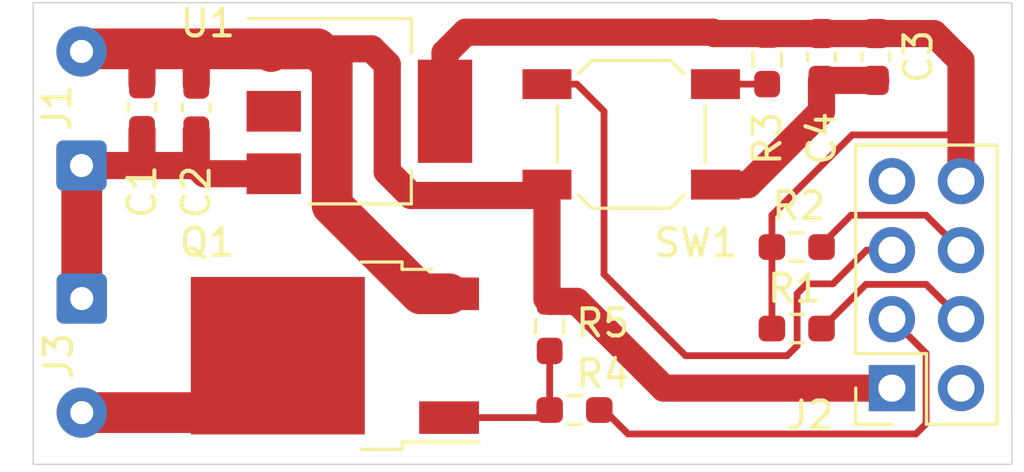
<source format=kicad_pcb>
(kicad_pcb (version 20171130) (host pcbnew "(5.1.10)-1")

  (general
    (thickness 1.6)
    (drawings 4)
    (tracks 87)
    (zones 0)
    (modules 15)
    (nets 10)
  )

  (page A4)
  (layers
    (0 F.Cu signal)
    (31 B.Cu signal)
    (32 B.Adhes user)
    (33 F.Adhes user)
    (34 B.Paste user)
    (35 F.Paste user)
    (36 B.SilkS user)
    (37 F.SilkS user)
    (38 B.Mask user)
    (39 F.Mask user)
    (40 Dwgs.User user)
    (41 Cmts.User user)
    (42 Eco1.User user)
    (43 Eco2.User user)
    (44 Edge.Cuts user)
    (45 Margin user)
    (46 B.CrtYd user)
    (47 F.CrtYd user)
    (48 B.Fab user)
    (49 F.Fab user)
  )

  (setup
    (last_trace_width 1.5)
    (user_trace_width 1)
    (user_trace_width 1.5)
    (trace_clearance 0.25)
    (zone_clearance 0.508)
    (zone_45_only no)
    (trace_min 0.2)
    (via_size 0.8)
    (via_drill 0.4)
    (via_min_size 0.4)
    (via_min_drill 0.3)
    (uvia_size 0.3)
    (uvia_drill 0.1)
    (uvias_allowed no)
    (uvia_min_size 0.2)
    (uvia_min_drill 0.1)
    (edge_width 0.05)
    (segment_width 0.2)
    (pcb_text_width 0.3)
    (pcb_text_size 1.5 1.5)
    (mod_edge_width 0.12)
    (mod_text_size 1 1)
    (mod_text_width 0.15)
    (pad_size 1.524 1.524)
    (pad_drill 0.762)
    (pad_to_mask_clearance 0)
    (aux_axis_origin 0 0)
    (visible_elements 7FFFFFFF)
    (pcbplotparams
      (layerselection 0x010fc_ffffffff)
      (usegerberextensions false)
      (usegerberattributes true)
      (usegerberadvancedattributes true)
      (creategerberjobfile true)
      (excludeedgelayer true)
      (linewidth 0.100000)
      (plotframeref false)
      (viasonmask false)
      (mode 1)
      (useauxorigin false)
      (hpglpennumber 1)
      (hpglpenspeed 20)
      (hpglpendiameter 15.000000)
      (psnegative false)
      (psa4output false)
      (plotreference true)
      (plotvalue true)
      (plotinvisibletext false)
      (padsonsilk false)
      (subtractmaskfromsilk false)
      (outputformat 1)
      (mirror false)
      (drillshape 1)
      (scaleselection 1)
      (outputdirectory ""))
  )

  (net 0 "")
  (net 1 GND)
  (net 2 +12V)
  (net 3 +3V3)
  (net 4 "Net-(J2-Pad6)")
  (net 5 /~BTN)
  (net 6 "Net-(J2-Pad4)")
  (net 7 /LED_ON)
  (net 8 "Net-(J3-Pad2)")
  (net 9 "Net-(Q1-Pad1)")

  (net_class Default "This is the default net class."
    (clearance 0.25)
    (trace_width 0.25)
    (via_dia 0.8)
    (via_drill 0.4)
    (uvia_dia 0.3)
    (uvia_drill 0.1)
    (add_net +12V)
    (add_net +3V3)
    (add_net /LED_ON)
    (add_net /~BTN)
    (add_net GND)
    (add_net "Net-(J2-Pad4)")
    (add_net "Net-(J2-Pad6)")
    (add_net "Net-(J3-Pad2)")
    (add_net "Net-(Q1-Pad1)")
  )

  (module Package_TO_SOT_SMD:SOT-223-3_TabPin2 (layer F.Cu) (tedit 5A02FF57) (tstamp 63581A74)
    (at 146 82)
    (descr "module CMS SOT223 4 pins")
    (tags "CMS SOT")
    (path /63583526)
    (attr smd)
    (fp_text reference U1 (at -5.575 -3.25) (layer F.SilkS)
      (effects (font (size 1 1) (thickness 0.15)))
    )
    (fp_text value AMS1117-3.3 (at 0 4.5) (layer F.Fab)
      (effects (font (size 1 1) (thickness 0.15)))
    )
    (fp_line (start 1.85 -3.35) (end 1.85 3.35) (layer F.Fab) (width 0.1))
    (fp_line (start -1.85 3.35) (end 1.85 3.35) (layer F.Fab) (width 0.1))
    (fp_line (start -4.1 -3.41) (end 1.91 -3.41) (layer F.SilkS) (width 0.12))
    (fp_line (start -0.85 -3.35) (end 1.85 -3.35) (layer F.Fab) (width 0.1))
    (fp_line (start -1.85 3.41) (end 1.91 3.41) (layer F.SilkS) (width 0.12))
    (fp_line (start -1.85 -2.35) (end -1.85 3.35) (layer F.Fab) (width 0.1))
    (fp_line (start -1.85 -2.35) (end -0.85 -3.35) (layer F.Fab) (width 0.1))
    (fp_line (start -4.4 -3.6) (end -4.4 3.6) (layer F.CrtYd) (width 0.05))
    (fp_line (start -4.4 3.6) (end 4.4 3.6) (layer F.CrtYd) (width 0.05))
    (fp_line (start 4.4 3.6) (end 4.4 -3.6) (layer F.CrtYd) (width 0.05))
    (fp_line (start 4.4 -3.6) (end -4.4 -3.6) (layer F.CrtYd) (width 0.05))
    (fp_line (start 1.91 -3.41) (end 1.91 -2.15) (layer F.SilkS) (width 0.12))
    (fp_line (start 1.91 3.41) (end 1.91 2.15) (layer F.SilkS) (width 0.12))
    (fp_text user %R (at 0 0 90) (layer F.Fab)
      (effects (font (size 0.8 0.8) (thickness 0.12)))
    )
    (pad 1 smd rect (at -3.15 -2.3) (size 2 1.5) (layers F.Cu F.Paste F.Mask)
      (net 1 GND))
    (pad 3 smd rect (at -3.15 2.3) (size 2 1.5) (layers F.Cu F.Paste F.Mask)
      (net 2 +12V))
    (pad 2 smd rect (at -3.15 0) (size 2 1.5) (layers F.Cu F.Paste F.Mask)
      (net 3 +3V3))
    (pad 2 smd rect (at 3.15 0) (size 2 3.8) (layers F.Cu F.Paste F.Mask)
      (net 3 +3V3))
    (model ${KISYS3DMOD}/Package_TO_SOT_SMD.3dshapes/SOT-223.wrl
      (at (xyz 0 0 0))
      (scale (xyz 1 1 1))
      (rotate (xyz 0 0 0))
    )
  )

  (module Button_Switch_SMD:SW_SPST_SKQG_WithStem (layer F.Cu) (tedit 5ABAB6AF) (tstamp 63581A5E)
    (at 156 82.85 180)
    (descr "ALPS 5.2mm Square Low-profile Type (Surface Mount) SKQG Series, With stem, http://www.alps.com/prod/info/E/HTML/Tact/SurfaceMount/SKQG/SKQGAFE010.html")
    (tags "SPST Button Switch")
    (path /635863D3)
    (attr smd)
    (fp_text reference SW1 (at -2.375 -4) (layer F.SilkS)
      (effects (font (size 1 1) (thickness 0.15)))
    )
    (fp_text value SW_Push (at 0 3.6) (layer F.Fab)
      (effects (font (size 1 1) (thickness 0.15)))
    )
    (fp_line (start -1 -1.3) (end -1 1.3) (layer Dwgs.User) (width 0.05))
    (fp_line (start -4 -0.3) (end -3 -1.3) (layer Dwgs.User) (width 0.05))
    (fp_line (start -2.6 1.3) (end -1 -0.3) (layer Dwgs.User) (width 0.05))
    (fp_line (start -1 -1.3) (end -3.6 1.3) (layer Dwgs.User) (width 0.05))
    (fp_line (start -4 -1.3) (end -1 -1.3) (layer Dwgs.User) (width 0.05))
    (fp_line (start -1 1.3) (end -4 1.3) (layer Dwgs.User) (width 0.05))
    (fp_line (start -4 0.7) (end -2 -1.3) (layer Dwgs.User) (width 0.05))
    (fp_line (start -4 1.3) (end -4 -1.3) (layer Dwgs.User) (width 0.05))
    (fp_line (start -1 0.7) (end -1.6 1.3) (layer Dwgs.User) (width 0.05))
    (fp_line (start 4 0.7) (end 3.4 1.3) (layer Dwgs.User) (width 0.05))
    (fp_line (start 2.4 1.3) (end 4 -0.3) (layer Dwgs.User) (width 0.05))
    (fp_line (start 4 -1.3) (end 1.4 1.3) (layer Dwgs.User) (width 0.05))
    (fp_line (start 1 0.7) (end 3 -1.3) (layer Dwgs.User) (width 0.05))
    (fp_line (start 1 -0.3) (end 2 -1.3) (layer Dwgs.User) (width 0.05))
    (fp_line (start 1 -1.3) (end 4 -1.3) (layer Dwgs.User) (width 0.05))
    (fp_line (start 1 1.3) (end 1 -1.3) (layer Dwgs.User) (width 0.05))
    (fp_line (start 4 1.3) (end 1 1.3) (layer Dwgs.User) (width 0.05))
    (fp_line (start 4 -1.3) (end 4 1.3) (layer Dwgs.User) (width 0.05))
    (fp_line (start 0.95 -1.865) (end 1.865 -0.95) (layer F.Fab) (width 0.1))
    (fp_line (start -0.95 -1.865) (end -1.865 -0.95) (layer F.Fab) (width 0.1))
    (fp_line (start -0.95 1.865) (end -1.865 0.95) (layer F.Fab) (width 0.1))
    (fp_line (start 0.95 1.865) (end 1.865 0.95) (layer F.Fab) (width 0.1))
    (fp_line (start 1.45 2.72) (end 1.94 2.23) (layer F.SilkS) (width 0.12))
    (fp_line (start -1.45 2.72) (end 1.45 2.72) (layer F.SilkS) (width 0.12))
    (fp_line (start -1.45 2.72) (end -1.94 2.23) (layer F.SilkS) (width 0.12))
    (fp_line (start -1.45 -2.72) (end 1.45 -2.72) (layer F.SilkS) (width 0.12))
    (fp_line (start -1.45 -2.72) (end -1.94 -2.23) (layer F.SilkS) (width 0.12))
    (fp_line (start 2.72 1.04) (end 2.72 -1.04) (layer F.SilkS) (width 0.12))
    (fp_circle (center 0 0) (end 1 0) (layer F.Fab) (width 0.1))
    (fp_line (start 1.45 -2.72) (end 1.94 -2.23) (layer F.SilkS) (width 0.12))
    (fp_line (start -2.72 1.04) (end -2.72 -1.04) (layer F.SilkS) (width 0.12))
    (fp_line (start 1.865 -0.95) (end 1.865 0.95) (layer F.Fab) (width 0.1))
    (fp_line (start 0.95 1.865) (end -0.95 1.865) (layer F.Fab) (width 0.1))
    (fp_line (start -1.865 0.95) (end -1.865 -0.95) (layer F.Fab) (width 0.1))
    (fp_line (start -0.95 -1.865) (end 0.95 -1.865) (layer F.Fab) (width 0.1))
    (fp_line (start -4.25 2.85) (end 4.25 2.85) (layer F.CrtYd) (width 0.05))
    (fp_line (start 4.25 2.85) (end 4.25 -2.85) (layer F.CrtYd) (width 0.05))
    (fp_line (start 4.25 -2.85) (end -4.25 -2.85) (layer F.CrtYd) (width 0.05))
    (fp_line (start -4.25 -2.85) (end -4.25 2.85) (layer F.CrtYd) (width 0.05))
    (fp_line (start -1.4 -2.6) (end 1.4 -2.6) (layer F.Fab) (width 0.1))
    (fp_line (start -2.6 -1.4) (end -1.4 -2.6) (layer F.Fab) (width 0.1))
    (fp_line (start -2.6 1.4) (end -2.6 -1.4) (layer F.Fab) (width 0.1))
    (fp_line (start -1.4 2.6) (end -2.6 1.4) (layer F.Fab) (width 0.1))
    (fp_line (start 1.4 2.6) (end -1.4 2.6) (layer F.Fab) (width 0.1))
    (fp_line (start 2.6 1.4) (end 1.4 2.6) (layer F.Fab) (width 0.1))
    (fp_line (start 2.6 -1.4) (end 2.6 1.4) (layer F.Fab) (width 0.1))
    (fp_line (start 1.4 -2.6) (end 2.6 -1.4) (layer F.Fab) (width 0.1))
    (fp_text user "No F.Cu tracks" (at -2.5 0.2) (layer Cmts.User)
      (effects (font (size 0.2 0.2) (thickness 0.03)))
    )
    (fp_text user "KEEP-OUT ZONE" (at -2.5 -0.2) (layer Cmts.User)
      (effects (font (size 0.2 0.2) (thickness 0.03)))
    )
    (fp_text user "KEEP-OUT ZONE" (at 2.5 -0.2) (layer Cmts.User)
      (effects (font (size 0.2 0.2) (thickness 0.03)))
    )
    (fp_text user "No F.Cu tracks" (at 2.5 0.2) (layer Cmts.User)
      (effects (font (size 0.2 0.2) (thickness 0.03)))
    )
    (fp_text user %R (at 0 0) (layer F.Fab)
      (effects (font (size 0.4 0.4) (thickness 0.06)))
    )
    (pad 2 smd rect (at 3.1 1.85 180) (size 1.8 1.1) (layers F.Cu F.Paste F.Mask)
      (net 5 /~BTN))
    (pad 2 smd rect (at -3.1 1.85 180) (size 1.8 1.1) (layers F.Cu F.Paste F.Mask)
      (net 5 /~BTN))
    (pad 1 smd rect (at 3.1 -1.85 180) (size 1.8 1.1) (layers F.Cu F.Paste F.Mask)
      (net 1 GND))
    (pad 1 smd rect (at -3.1 -1.85 180) (size 1.8 1.1) (layers F.Cu F.Paste F.Mask)
      (net 1 GND))
    (model ${KISYS3DMOD}/Button_Switch_SMD.3dshapes/SW_SPST_SKQG_WithStem.wrl
      (at (xyz 0 0 0))
      (scale (xyz 1 1 1))
      (rotate (xyz 0 0 0))
    )
  )

  (module Resistor_SMD:R_0603_1608Metric_Pad0.98x0.95mm_HandSolder (layer F.Cu) (tedit 5F68FEEE) (tstamp 63581A22)
    (at 153 89.9125 90)
    (descr "Resistor SMD 0603 (1608 Metric), square (rectangular) end terminal, IPC_7351 nominal with elongated pad for handsoldering. (Body size source: IPC-SM-782 page 72, https://www.pcb-3d.com/wordpress/wp-content/uploads/ipc-sm-782a_amendment_1_and_2.pdf), generated with kicad-footprint-generator")
    (tags "resistor handsolder")
    (path /6357C7B9)
    (attr smd)
    (fp_text reference R5 (at 0.1125 1.95 180) (layer F.SilkS)
      (effects (font (size 1 1) (thickness 0.15)))
    )
    (fp_text value 10k (at 0 1.43 90) (layer F.Fab)
      (effects (font (size 1 1) (thickness 0.15)))
    )
    (fp_line (start 1.65 0.73) (end -1.65 0.73) (layer F.CrtYd) (width 0.05))
    (fp_line (start 1.65 -0.73) (end 1.65 0.73) (layer F.CrtYd) (width 0.05))
    (fp_line (start -1.65 -0.73) (end 1.65 -0.73) (layer F.CrtYd) (width 0.05))
    (fp_line (start -1.65 0.73) (end -1.65 -0.73) (layer F.CrtYd) (width 0.05))
    (fp_line (start -0.254724 0.5225) (end 0.254724 0.5225) (layer F.SilkS) (width 0.12))
    (fp_line (start -0.254724 -0.5225) (end 0.254724 -0.5225) (layer F.SilkS) (width 0.12))
    (fp_line (start 0.8 0.4125) (end -0.8 0.4125) (layer F.Fab) (width 0.1))
    (fp_line (start 0.8 -0.4125) (end 0.8 0.4125) (layer F.Fab) (width 0.1))
    (fp_line (start -0.8 -0.4125) (end 0.8 -0.4125) (layer F.Fab) (width 0.1))
    (fp_line (start -0.8 0.4125) (end -0.8 -0.4125) (layer F.Fab) (width 0.1))
    (fp_text user %R (at 0 0 90) (layer F.Fab)
      (effects (font (size 0.4 0.4) (thickness 0.06)))
    )
    (pad 2 smd roundrect (at 0.9125 0 90) (size 0.975 0.95) (layers F.Cu F.Paste F.Mask) (roundrect_rratio 0.25)
      (net 1 GND))
    (pad 1 smd roundrect (at -0.9125 0 90) (size 0.975 0.95) (layers F.Cu F.Paste F.Mask) (roundrect_rratio 0.25)
      (net 9 "Net-(Q1-Pad1)"))
    (model ${KISYS3DMOD}/Resistor_SMD.3dshapes/R_0603_1608Metric.wrl
      (at (xyz 0 0 0))
      (scale (xyz 1 1 1))
      (rotate (xyz 0 0 0))
    )
  )

  (module Resistor_SMD:R_0603_1608Metric_Pad0.98x0.95mm_HandSolder (layer F.Cu) (tedit 5F68FEEE) (tstamp 63581A11)
    (at 153.9125 93)
    (descr "Resistor SMD 0603 (1608 Metric), square (rectangular) end terminal, IPC_7351 nominal with elongated pad for handsoldering. (Body size source: IPC-SM-782 page 72, https://www.pcb-3d.com/wordpress/wp-content/uploads/ipc-sm-782a_amendment_1_and_2.pdf), generated with kicad-footprint-generator")
    (tags "resistor handsolder")
    (path /6357B4D8)
    (attr smd)
    (fp_text reference R4 (at 1.0375 -1.325) (layer F.SilkS)
      (effects (font (size 1 1) (thickness 0.15)))
    )
    (fp_text value 470 (at 0 1.43) (layer F.Fab)
      (effects (font (size 1 1) (thickness 0.15)))
    )
    (fp_line (start 1.65 0.73) (end -1.65 0.73) (layer F.CrtYd) (width 0.05))
    (fp_line (start 1.65 -0.73) (end 1.65 0.73) (layer F.CrtYd) (width 0.05))
    (fp_line (start -1.65 -0.73) (end 1.65 -0.73) (layer F.CrtYd) (width 0.05))
    (fp_line (start -1.65 0.73) (end -1.65 -0.73) (layer F.CrtYd) (width 0.05))
    (fp_line (start -0.254724 0.5225) (end 0.254724 0.5225) (layer F.SilkS) (width 0.12))
    (fp_line (start -0.254724 -0.5225) (end 0.254724 -0.5225) (layer F.SilkS) (width 0.12))
    (fp_line (start 0.8 0.4125) (end -0.8 0.4125) (layer F.Fab) (width 0.1))
    (fp_line (start 0.8 -0.4125) (end 0.8 0.4125) (layer F.Fab) (width 0.1))
    (fp_line (start -0.8 -0.4125) (end 0.8 -0.4125) (layer F.Fab) (width 0.1))
    (fp_line (start -0.8 0.4125) (end -0.8 -0.4125) (layer F.Fab) (width 0.1))
    (fp_text user %R (at 0 0) (layer F.Fab)
      (effects (font (size 0.4 0.4) (thickness 0.06)))
    )
    (pad 2 smd roundrect (at 0.9125 0) (size 0.975 0.95) (layers F.Cu F.Paste F.Mask) (roundrect_rratio 0.25)
      (net 7 /LED_ON))
    (pad 1 smd roundrect (at -0.9125 0) (size 0.975 0.95) (layers F.Cu F.Paste F.Mask) (roundrect_rratio 0.25)
      (net 9 "Net-(Q1-Pad1)"))
    (model ${KISYS3DMOD}/Resistor_SMD.3dshapes/R_0603_1608Metric.wrl
      (at (xyz 0 0 0))
      (scale (xyz 1 1 1))
      (rotate (xyz 0 0 0))
    )
  )

  (module Resistor_SMD:R_0603_1608Metric_Pad0.98x0.95mm_HandSolder (layer F.Cu) (tedit 5F68FEEE) (tstamp 63581A00)
    (at 161 80.0875 90)
    (descr "Resistor SMD 0603 (1608 Metric), square (rectangular) end terminal, IPC_7351 nominal with elongated pad for handsoldering. (Body size source: IPC-SM-782 page 72, https://www.pcb-3d.com/wordpress/wp-content/uploads/ipc-sm-782a_amendment_1_and_2.pdf), generated with kicad-footprint-generator")
    (tags "resistor handsolder")
    (path /63587632)
    (attr smd)
    (fp_text reference R3 (at -2.9125 0 90) (layer F.SilkS)
      (effects (font (size 1 1) (thickness 0.15)))
    )
    (fp_text value 10k (at 0 1.43 90) (layer F.Fab)
      (effects (font (size 1 1) (thickness 0.15)))
    )
    (fp_line (start 1.65 0.73) (end -1.65 0.73) (layer F.CrtYd) (width 0.05))
    (fp_line (start 1.65 -0.73) (end 1.65 0.73) (layer F.CrtYd) (width 0.05))
    (fp_line (start -1.65 -0.73) (end 1.65 -0.73) (layer F.CrtYd) (width 0.05))
    (fp_line (start -1.65 0.73) (end -1.65 -0.73) (layer F.CrtYd) (width 0.05))
    (fp_line (start -0.254724 0.5225) (end 0.254724 0.5225) (layer F.SilkS) (width 0.12))
    (fp_line (start -0.254724 -0.5225) (end 0.254724 -0.5225) (layer F.SilkS) (width 0.12))
    (fp_line (start 0.8 0.4125) (end -0.8 0.4125) (layer F.Fab) (width 0.1))
    (fp_line (start 0.8 -0.4125) (end 0.8 0.4125) (layer F.Fab) (width 0.1))
    (fp_line (start -0.8 -0.4125) (end 0.8 -0.4125) (layer F.Fab) (width 0.1))
    (fp_line (start -0.8 0.4125) (end -0.8 -0.4125) (layer F.Fab) (width 0.1))
    (fp_text user %R (at 0 0 90) (layer F.Fab)
      (effects (font (size 0.4 0.4) (thickness 0.06)))
    )
    (pad 2 smd roundrect (at 0.9125 0 90) (size 0.975 0.95) (layers F.Cu F.Paste F.Mask) (roundrect_rratio 0.25)
      (net 3 +3V3))
    (pad 1 smd roundrect (at -0.9125 0 90) (size 0.975 0.95) (layers F.Cu F.Paste F.Mask) (roundrect_rratio 0.25)
      (net 5 /~BTN))
    (model ${KISYS3DMOD}/Resistor_SMD.3dshapes/R_0603_1608Metric.wrl
      (at (xyz 0 0 0))
      (scale (xyz 1 1 1))
      (rotate (xyz 0 0 0))
    )
  )

  (module Resistor_SMD:R_0603_1608Metric_Pad0.98x0.95mm_HandSolder (layer F.Cu) (tedit 5F68FEEE) (tstamp 635819EF)
    (at 162.0875 87 180)
    (descr "Resistor SMD 0603 (1608 Metric), square (rectangular) end terminal, IPC_7351 nominal with elongated pad for handsoldering. (Body size source: IPC-SM-782 page 72, https://www.pcb-3d.com/wordpress/wp-content/uploads/ipc-sm-782a_amendment_1_and_2.pdf), generated with kicad-footprint-generator")
    (tags "resistor handsolder")
    (path /63587913)
    (attr smd)
    (fp_text reference R2 (at -0.077119 1.514489) (layer F.SilkS)
      (effects (font (size 1 1) (thickness 0.15)))
    )
    (fp_text value 10k (at 0 1.43) (layer F.Fab)
      (effects (font (size 1 1) (thickness 0.15)))
    )
    (fp_line (start 1.65 0.73) (end -1.65 0.73) (layer F.CrtYd) (width 0.05))
    (fp_line (start 1.65 -0.73) (end 1.65 0.73) (layer F.CrtYd) (width 0.05))
    (fp_line (start -1.65 -0.73) (end 1.65 -0.73) (layer F.CrtYd) (width 0.05))
    (fp_line (start -1.65 0.73) (end -1.65 -0.73) (layer F.CrtYd) (width 0.05))
    (fp_line (start -0.254724 0.5225) (end 0.254724 0.5225) (layer F.SilkS) (width 0.12))
    (fp_line (start -0.254724 -0.5225) (end 0.254724 -0.5225) (layer F.SilkS) (width 0.12))
    (fp_line (start 0.8 0.4125) (end -0.8 0.4125) (layer F.Fab) (width 0.1))
    (fp_line (start 0.8 -0.4125) (end 0.8 0.4125) (layer F.Fab) (width 0.1))
    (fp_line (start -0.8 -0.4125) (end 0.8 -0.4125) (layer F.Fab) (width 0.1))
    (fp_line (start -0.8 0.4125) (end -0.8 -0.4125) (layer F.Fab) (width 0.1))
    (fp_text user %R (at 0 0) (layer F.Fab)
      (effects (font (size 0.4 0.4) (thickness 0.06)))
    )
    (pad 2 smd roundrect (at 0.9125 0 180) (size 0.975 0.95) (layers F.Cu F.Paste F.Mask) (roundrect_rratio 0.25)
      (net 3 +3V3))
    (pad 1 smd roundrect (at -0.9125 0 180) (size 0.975 0.95) (layers F.Cu F.Paste F.Mask) (roundrect_rratio 0.25)
      (net 4 "Net-(J2-Pad6)"))
    (model ${KISYS3DMOD}/Resistor_SMD.3dshapes/R_0603_1608Metric.wrl
      (at (xyz 0 0 0))
      (scale (xyz 1 1 1))
      (rotate (xyz 0 0 0))
    )
  )

  (module Resistor_SMD:R_0603_1608Metric_Pad0.98x0.95mm_HandSolder (layer F.Cu) (tedit 5F68FEEE) (tstamp 635819DE)
    (at 162.0875 90 180)
    (descr "Resistor SMD 0603 (1608 Metric), square (rectangular) end terminal, IPC_7351 nominal with elongated pad for handsoldering. (Body size source: IPC-SM-782 page 72, https://www.pcb-3d.com/wordpress/wp-content/uploads/ipc-sm-782a_amendment_1_and_2.pdf), generated with kicad-footprint-generator")
    (tags "resistor handsolder")
    (path /63586921)
    (attr smd)
    (fp_text reference R1 (at 0.0875 1.475) (layer F.SilkS)
      (effects (font (size 1 1) (thickness 0.15)))
    )
    (fp_text value 10k (at 0 1.43) (layer F.Fab)
      (effects (font (size 1 1) (thickness 0.15)))
    )
    (fp_line (start 1.65 0.73) (end -1.65 0.73) (layer F.CrtYd) (width 0.05))
    (fp_line (start 1.65 -0.73) (end 1.65 0.73) (layer F.CrtYd) (width 0.05))
    (fp_line (start -1.65 -0.73) (end 1.65 -0.73) (layer F.CrtYd) (width 0.05))
    (fp_line (start -1.65 0.73) (end -1.65 -0.73) (layer F.CrtYd) (width 0.05))
    (fp_line (start -0.254724 0.5225) (end 0.254724 0.5225) (layer F.SilkS) (width 0.12))
    (fp_line (start -0.254724 -0.5225) (end 0.254724 -0.5225) (layer F.SilkS) (width 0.12))
    (fp_line (start 0.8 0.4125) (end -0.8 0.4125) (layer F.Fab) (width 0.1))
    (fp_line (start 0.8 -0.4125) (end 0.8 0.4125) (layer F.Fab) (width 0.1))
    (fp_line (start -0.8 -0.4125) (end 0.8 -0.4125) (layer F.Fab) (width 0.1))
    (fp_line (start -0.8 0.4125) (end -0.8 -0.4125) (layer F.Fab) (width 0.1))
    (fp_text user %R (at 0 0) (layer F.Fab)
      (effects (font (size 0.4 0.4) (thickness 0.06)))
    )
    (pad 2 smd roundrect (at 0.9125 0 180) (size 0.975 0.95) (layers F.Cu F.Paste F.Mask) (roundrect_rratio 0.25)
      (net 3 +3V3))
    (pad 1 smd roundrect (at -0.9125 0 180) (size 0.975 0.95) (layers F.Cu F.Paste F.Mask) (roundrect_rratio 0.25)
      (net 6 "Net-(J2-Pad4)"))
    (model ${KISYS3DMOD}/Resistor_SMD.3dshapes/R_0603_1608Metric.wrl
      (at (xyz 0 0 0))
      (scale (xyz 1 1 1))
      (rotate (xyz 0 0 0))
    )
  )

  (module Package_TO_SOT_SMD:TO-252-2 (layer F.Cu) (tedit 5A70A390) (tstamp 635819CD)
    (at 145.1 91 180)
    (descr "TO-252 / DPAK SMD package, http://www.infineon.com/cms/en/product/packages/PG-TO252/PG-TO252-3-1/")
    (tags "DPAK TO-252 DPAK-3 TO-252-3 SOT-428")
    (path /6357ADD7)
    (attr smd)
    (fp_text reference Q1 (at 4.7 4.175) (layer F.SilkS)
      (effects (font (size 1 1) (thickness 0.15)))
    )
    (fp_text value KIA30N06B (at 0 4.5) (layer F.Fab)
      (effects (font (size 1 1) (thickness 0.15)))
    )
    (fp_line (start 5.55 -3.5) (end -5.55 -3.5) (layer F.CrtYd) (width 0.05))
    (fp_line (start 5.55 3.5) (end 5.55 -3.5) (layer F.CrtYd) (width 0.05))
    (fp_line (start -5.55 3.5) (end 5.55 3.5) (layer F.CrtYd) (width 0.05))
    (fp_line (start -5.55 -3.5) (end -5.55 3.5) (layer F.CrtYd) (width 0.05))
    (fp_line (start -2.47 3.18) (end -3.57 3.18) (layer F.SilkS) (width 0.12))
    (fp_line (start -2.47 3.45) (end -2.47 3.18) (layer F.SilkS) (width 0.12))
    (fp_line (start -0.97 3.45) (end -2.47 3.45) (layer F.SilkS) (width 0.12))
    (fp_line (start -2.47 -3.18) (end -5.3 -3.18) (layer F.SilkS) (width 0.12))
    (fp_line (start -2.47 -3.45) (end -2.47 -3.18) (layer F.SilkS) (width 0.12))
    (fp_line (start -0.97 -3.45) (end -2.47 -3.45) (layer F.SilkS) (width 0.12))
    (fp_line (start -4.97 2.655) (end -2.27 2.655) (layer F.Fab) (width 0.1))
    (fp_line (start -4.97 1.905) (end -4.97 2.655) (layer F.Fab) (width 0.1))
    (fp_line (start -2.27 1.905) (end -4.97 1.905) (layer F.Fab) (width 0.1))
    (fp_line (start -4.97 -1.905) (end -2.27 -1.905) (layer F.Fab) (width 0.1))
    (fp_line (start -4.97 -2.655) (end -4.97 -1.905) (layer F.Fab) (width 0.1))
    (fp_line (start -1.865 -2.655) (end -4.97 -2.655) (layer F.Fab) (width 0.1))
    (fp_line (start -1.27 -3.25) (end 3.95 -3.25) (layer F.Fab) (width 0.1))
    (fp_line (start -2.27 -2.25) (end -1.27 -3.25) (layer F.Fab) (width 0.1))
    (fp_line (start -2.27 3.25) (end -2.27 -2.25) (layer F.Fab) (width 0.1))
    (fp_line (start 3.95 3.25) (end -2.27 3.25) (layer F.Fab) (width 0.1))
    (fp_line (start 3.95 -3.25) (end 3.95 3.25) (layer F.Fab) (width 0.1))
    (fp_line (start 4.95 2.7) (end 3.95 2.7) (layer F.Fab) (width 0.1))
    (fp_line (start 4.95 -2.7) (end 4.95 2.7) (layer F.Fab) (width 0.1))
    (fp_line (start 3.95 -2.7) (end 4.95 -2.7) (layer F.Fab) (width 0.1))
    (fp_text user %R (at 0 0) (layer F.Fab)
      (effects (font (size 1 1) (thickness 0.15)))
    )
    (pad "" smd rect (at 0.425 1.525 180) (size 3.05 2.75) (layers F.Paste))
    (pad "" smd rect (at 3.775 -1.525 180) (size 3.05 2.75) (layers F.Paste))
    (pad "" smd rect (at 0.425 -1.525 180) (size 3.05 2.75) (layers F.Paste))
    (pad "" smd rect (at 3.775 1.525 180) (size 3.05 2.75) (layers F.Paste))
    (pad 2 smd rect (at 2.1 0 180) (size 6.4 5.8) (layers F.Cu F.Mask)
      (net 8 "Net-(J3-Pad2)"))
    (pad 3 smd rect (at -4.2 2.28 180) (size 2.2 1.2) (layers F.Cu F.Paste F.Mask)
      (net 1 GND))
    (pad 1 smd rect (at -4.2 -2.28 180) (size 2.2 1.2) (layers F.Cu F.Paste F.Mask)
      (net 9 "Net-(Q1-Pad1)"))
    (model ${KISYS3DMOD}/Package_TO_SOT_SMD.3dshapes/TO-252-2.wrl
      (at (xyz 0 0 0))
      (scale (xyz 1 1 1))
      (rotate (xyz 0 0 0))
    )
  )

  (module Connector_Wire:SolderWire-0.25sqmm_1x02_P4.2mm_D0.65mm_OD1.7mm (layer F.Cu) (tedit 5EB70B43) (tstamp 635819A9)
    (at 135.787892 88.89657 270)
    (descr "Soldered wire connection, for 2 times 0.25 mm² wires, basic insulation, conductor diameter 0.65mm, outer diameter 1.7mm, size source Multi-Contact FLEXI-E_0.25 (https://ec.staubli.com/AcroFiles/Catalogues/TM_Cab-Main-11014119_(en)_hi.pdf), bend radius 3 times outer diameter, generated with kicad-footprint-generator")
    (tags "connector wire 0.25sqmm")
    (path /6357D3B1)
    (attr virtual)
    (fp_text reference J3 (at 2.125 0.85 90) (layer F.SilkS)
      (effects (font (size 1 1) (thickness 0.15)))
    )
    (fp_text value LED_OUT (at 2.1 2.12 90) (layer F.Fab)
      (effects (font (size 1 1) (thickness 0.15)))
    )
    (fp_line (start 5.8 -1.42) (end 2.6 -1.42) (layer F.CrtYd) (width 0.05))
    (fp_line (start 5.8 1.42) (end 5.8 -1.42) (layer F.CrtYd) (width 0.05))
    (fp_line (start 2.6 1.42) (end 5.8 1.42) (layer F.CrtYd) (width 0.05))
    (fp_line (start 2.6 -1.42) (end 2.6 1.42) (layer F.CrtYd) (width 0.05))
    (fp_line (start 1.6 -1.42) (end -1.6 -1.42) (layer F.CrtYd) (width 0.05))
    (fp_line (start 1.6 1.42) (end 1.6 -1.42) (layer F.CrtYd) (width 0.05))
    (fp_line (start -1.6 1.42) (end 1.6 1.42) (layer F.CrtYd) (width 0.05))
    (fp_line (start -1.6 -1.42) (end -1.6 1.42) (layer F.CrtYd) (width 0.05))
    (fp_circle (center 4.2 0) (end 5.05 0) (layer F.Fab) (width 0.1))
    (fp_circle (center 0 0) (end 0.85 0) (layer F.Fab) (width 0.1))
    (fp_text user %R (at 2.1 0) (layer F.Fab)
      (effects (font (size 0.71 0.71) (thickness 0.11)))
    )
    (pad 2 thru_hole circle (at 4.2 0 270) (size 1.85 1.85) (drill 0.85) (layers *.Cu *.Mask)
      (net 8 "Net-(J3-Pad2)"))
    (pad 1 thru_hole roundrect (at 0 0 270) (size 1.85 1.85) (drill 0.85) (layers *.Cu *.Mask) (roundrect_rratio 0.135135)
      (net 2 +12V))
    (model ${KISYS3DMOD}/Connector_Wire.3dshapes/SolderWire-0.25sqmm_1x02_P4.2mm_D0.65mm_OD1.7mm.wrl
      (at (xyz 0 0 0))
      (scale (xyz 1 1 1))
      (rotate (xyz 0 0 0))
    )
  )

  (module Connector_PinSocket_2.54mm:PinSocket_2x04_P2.54mm_Vertical (layer F.Cu) (tedit 5A19A422) (tstamp 63581998)
    (at 165.590208 92.193993 180)
    (descr "Through hole straight socket strip, 2x04, 2.54mm pitch, double cols (from Kicad 4.0.7), script generated")
    (tags "Through hole socket strip THT 2x04 2.54mm double row")
    (path /635811A0)
    (fp_text reference J2 (at 3 -1) (layer F.SilkS)
      (effects (font (size 1 1) (thickness 0.15)))
    )
    (fp_text value ESP-01S (at -1.27 10.39) (layer F.Fab)
      (effects (font (size 1 1) (thickness 0.15)))
    )
    (fp_line (start -4.34 9.4) (end -4.34 -1.8) (layer F.CrtYd) (width 0.05))
    (fp_line (start 1.76 9.4) (end -4.34 9.4) (layer F.CrtYd) (width 0.05))
    (fp_line (start 1.76 -1.8) (end 1.76 9.4) (layer F.CrtYd) (width 0.05))
    (fp_line (start -4.34 -1.8) (end 1.76 -1.8) (layer F.CrtYd) (width 0.05))
    (fp_line (start 0 -1.33) (end 1.33 -1.33) (layer F.SilkS) (width 0.12))
    (fp_line (start 1.33 -1.33) (end 1.33 0) (layer F.SilkS) (width 0.12))
    (fp_line (start -1.27 -1.33) (end -1.27 1.27) (layer F.SilkS) (width 0.12))
    (fp_line (start -1.27 1.27) (end 1.33 1.27) (layer F.SilkS) (width 0.12))
    (fp_line (start 1.33 1.27) (end 1.33 8.95) (layer F.SilkS) (width 0.12))
    (fp_line (start -3.87 8.95) (end 1.33 8.95) (layer F.SilkS) (width 0.12))
    (fp_line (start -3.87 -1.33) (end -3.87 8.95) (layer F.SilkS) (width 0.12))
    (fp_line (start -3.87 -1.33) (end -1.27 -1.33) (layer F.SilkS) (width 0.12))
    (fp_line (start -3.81 8.89) (end -3.81 -1.27) (layer F.Fab) (width 0.1))
    (fp_line (start 1.27 8.89) (end -3.81 8.89) (layer F.Fab) (width 0.1))
    (fp_line (start 1.27 -0.27) (end 1.27 8.89) (layer F.Fab) (width 0.1))
    (fp_line (start 0.27 -1.27) (end 1.27 -0.27) (layer F.Fab) (width 0.1))
    (fp_line (start -3.81 -1.27) (end 0.27 -1.27) (layer F.Fab) (width 0.1))
    (fp_text user %R (at -1.27 3.81 90) (layer F.Fab)
      (effects (font (size 1 1) (thickness 0.15)))
    )
    (pad 8 thru_hole oval (at -2.54 7.62 180) (size 1.7 1.7) (drill 1) (layers *.Cu *.Mask)
      (net 3 +3V3))
    (pad 7 thru_hole oval (at 0 7.62 180) (size 1.7 1.7) (drill 1) (layers *.Cu *.Mask))
    (pad 6 thru_hole oval (at -2.54 5.08 180) (size 1.7 1.7) (drill 1) (layers *.Cu *.Mask)
      (net 4 "Net-(J2-Pad6)"))
    (pad 5 thru_hole oval (at 0 5.08 180) (size 1.7 1.7) (drill 1) (layers *.Cu *.Mask)
      (net 5 /~BTN))
    (pad 4 thru_hole oval (at -2.54 2.54 180) (size 1.7 1.7) (drill 1) (layers *.Cu *.Mask)
      (net 6 "Net-(J2-Pad4)"))
    (pad 3 thru_hole oval (at 0 2.54 180) (size 1.7 1.7) (drill 1) (layers *.Cu *.Mask)
      (net 7 /LED_ON))
    (pad 2 thru_hole oval (at -2.54 0 180) (size 1.7 1.7) (drill 1) (layers *.Cu *.Mask))
    (pad 1 thru_hole rect (at 0 0 180) (size 1.7 1.7) (drill 1) (layers *.Cu *.Mask)
      (net 1 GND))
    (model ${KISYS3DMOD}/Connector_PinSocket_2.54mm.3dshapes/PinSocket_2x04_P2.54mm_Vertical.wrl
      (at (xyz 0 0 0))
      (scale (xyz 1 1 1))
      (rotate (xyz 0 0 0))
    )
  )

  (module Connector_Wire:SolderWire-0.25sqmm_1x02_P4.2mm_D0.65mm_OD1.7mm (layer F.Cu) (tedit 5EB70B43) (tstamp 6358197A)
    (at 135.778313 83.996959 90)
    (descr "Soldered wire connection, for 2 times 0.25 mm² wires, basic insulation, conductor diameter 0.65mm, outer diameter 1.7mm, size source Multi-Contact FLEXI-E_0.25 (https://ec.staubli.com/AcroFiles/Catalogues/TM_Cab-Main-11014119_(en)_hi.pdf), bend radius 3 times outer diameter, generated with kicad-footprint-generator")
    (tags "connector wire 0.25sqmm")
    (path /6357EA47)
    (attr virtual)
    (fp_text reference J1 (at 2.125 -0.9 90) (layer F.SilkS)
      (effects (font (size 1 1) (thickness 0.15)))
    )
    (fp_text value PWR_IN (at 2.4 -2.15 270) (layer F.Fab)
      (effects (font (size 1 1) (thickness 0.15)))
    )
    (fp_line (start 5.8 -1.42) (end 2.6 -1.42) (layer F.CrtYd) (width 0.05))
    (fp_line (start 5.8 1.42) (end 5.8 -1.42) (layer F.CrtYd) (width 0.05))
    (fp_line (start 2.6 1.42) (end 5.8 1.42) (layer F.CrtYd) (width 0.05))
    (fp_line (start 2.6 -1.42) (end 2.6 1.42) (layer F.CrtYd) (width 0.05))
    (fp_line (start 1.6 -1.42) (end -1.6 -1.42) (layer F.CrtYd) (width 0.05))
    (fp_line (start 1.6 1.42) (end 1.6 -1.42) (layer F.CrtYd) (width 0.05))
    (fp_line (start -1.6 1.42) (end 1.6 1.42) (layer F.CrtYd) (width 0.05))
    (fp_line (start -1.6 -1.42) (end -1.6 1.42) (layer F.CrtYd) (width 0.05))
    (fp_circle (center 4.2 0) (end 5.05 0) (layer F.Fab) (width 0.1))
    (fp_circle (center 0 0) (end 0.85 0) (layer F.Fab) (width 0.1))
    (fp_text user %R (at 2.1 0) (layer F.Fab)
      (effects (font (size 0.71 0.71) (thickness 0.11)))
    )
    (pad 2 thru_hole circle (at 4.2 0 90) (size 1.85 1.85) (drill 0.85) (layers *.Cu *.Mask)
      (net 1 GND))
    (pad 1 thru_hole roundrect (at 0 0 90) (size 1.85 1.85) (drill 0.85) (layers *.Cu *.Mask) (roundrect_rratio 0.135135)
      (net 2 +12V))
    (model ${KISYS3DMOD}/Connector_Wire.3dshapes/SolderWire-0.25sqmm_1x02_P4.2mm_D0.65mm_OD1.7mm.wrl
      (at (xyz 0 0 0))
      (scale (xyz 1 1 1))
      (rotate (xyz 0 0 0))
    )
  )

  (module Capacitor_SMD:C_0603_1608Metric_Pad1.08x0.95mm_HandSolder (layer F.Cu) (tedit 5F68FEEF) (tstamp 63581969)
    (at 163 80 270)
    (descr "Capacitor SMD 0603 (1608 Metric), square (rectangular) end terminal, IPC_7351 nominal with elongated pad for handsoldering. (Body size source: IPC-SM-782 page 76, https://www.pcb-3d.com/wordpress/wp-content/uploads/ipc-sm-782a_amendment_1_and_2.pdf), generated with kicad-footprint-generator")
    (tags "capacitor handsolder")
    (path /63585AA0)
    (attr smd)
    (fp_text reference C4 (at 3 0 90) (layer F.SilkS)
      (effects (font (size 1 1) (thickness 0.15)))
    )
    (fp_text value 22u (at 0 1.43 90) (layer F.Fab)
      (effects (font (size 1 1) (thickness 0.15)))
    )
    (fp_line (start 1.65 0.73) (end -1.65 0.73) (layer F.CrtYd) (width 0.05))
    (fp_line (start 1.65 -0.73) (end 1.65 0.73) (layer F.CrtYd) (width 0.05))
    (fp_line (start -1.65 -0.73) (end 1.65 -0.73) (layer F.CrtYd) (width 0.05))
    (fp_line (start -1.65 0.73) (end -1.65 -0.73) (layer F.CrtYd) (width 0.05))
    (fp_line (start -0.146267 0.51) (end 0.146267 0.51) (layer F.SilkS) (width 0.12))
    (fp_line (start -0.146267 -0.51) (end 0.146267 -0.51) (layer F.SilkS) (width 0.12))
    (fp_line (start 0.8 0.4) (end -0.8 0.4) (layer F.Fab) (width 0.1))
    (fp_line (start 0.8 -0.4) (end 0.8 0.4) (layer F.Fab) (width 0.1))
    (fp_line (start -0.8 -0.4) (end 0.8 -0.4) (layer F.Fab) (width 0.1))
    (fp_line (start -0.8 0.4) (end -0.8 -0.4) (layer F.Fab) (width 0.1))
    (fp_text user %R (at 0 0 90) (layer F.Fab)
      (effects (font (size 0.4 0.4) (thickness 0.06)))
    )
    (pad 2 smd roundrect (at 0.8625 0 270) (size 1.075 0.95) (layers F.Cu F.Paste F.Mask) (roundrect_rratio 0.25)
      (net 1 GND))
    (pad 1 smd roundrect (at -0.8625 0 270) (size 1.075 0.95) (layers F.Cu F.Paste F.Mask) (roundrect_rratio 0.25)
      (net 3 +3V3))
    (model ${KISYS3DMOD}/Capacitor_SMD.3dshapes/C_0603_1608Metric.wrl
      (at (xyz 0 0 0))
      (scale (xyz 1 1 1))
      (rotate (xyz 0 0 0))
    )
  )

  (module Capacitor_SMD:C_0603_1608Metric_Pad1.08x0.95mm_HandSolder (layer F.Cu) (tedit 5F68FEEF) (tstamp 63581958)
    (at 165 80 270)
    (descr "Capacitor SMD 0603 (1608 Metric), square (rectangular) end terminal, IPC_7351 nominal with elongated pad for handsoldering. (Body size source: IPC-SM-782 page 76, https://www.pcb-3d.com/wordpress/wp-content/uploads/ipc-sm-782a_amendment_1_and_2.pdf), generated with kicad-footprint-generator")
    (tags "capacitor handsolder")
    (path /635853CE)
    (attr smd)
    (fp_text reference C3 (at -0.012438 -1.557449 90) (layer F.SilkS)
      (effects (font (size 1 1) (thickness 0.15)))
    )
    (fp_text value 100n (at 0 1.43 90) (layer F.Fab)
      (effects (font (size 1 1) (thickness 0.15)))
    )
    (fp_line (start 1.65 0.73) (end -1.65 0.73) (layer F.CrtYd) (width 0.05))
    (fp_line (start 1.65 -0.73) (end 1.65 0.73) (layer F.CrtYd) (width 0.05))
    (fp_line (start -1.65 -0.73) (end 1.65 -0.73) (layer F.CrtYd) (width 0.05))
    (fp_line (start -1.65 0.73) (end -1.65 -0.73) (layer F.CrtYd) (width 0.05))
    (fp_line (start -0.146267 0.51) (end 0.146267 0.51) (layer F.SilkS) (width 0.12))
    (fp_line (start -0.146267 -0.51) (end 0.146267 -0.51) (layer F.SilkS) (width 0.12))
    (fp_line (start 0.8 0.4) (end -0.8 0.4) (layer F.Fab) (width 0.1))
    (fp_line (start 0.8 -0.4) (end 0.8 0.4) (layer F.Fab) (width 0.1))
    (fp_line (start -0.8 -0.4) (end 0.8 -0.4) (layer F.Fab) (width 0.1))
    (fp_line (start -0.8 0.4) (end -0.8 -0.4) (layer F.Fab) (width 0.1))
    (fp_text user %R (at 0 0 90) (layer F.Fab)
      (effects (font (size 0.4 0.4) (thickness 0.06)))
    )
    (pad 2 smd roundrect (at 0.8625 0 270) (size 1.075 0.95) (layers F.Cu F.Paste F.Mask) (roundrect_rratio 0.25)
      (net 1 GND))
    (pad 1 smd roundrect (at -0.8625 0 270) (size 1.075 0.95) (layers F.Cu F.Paste F.Mask) (roundrect_rratio 0.25)
      (net 3 +3V3))
    (model ${KISYS3DMOD}/Capacitor_SMD.3dshapes/C_0603_1608Metric.wrl
      (at (xyz 0 0 0))
      (scale (xyz 1 1 1))
      (rotate (xyz 0 0 0))
    )
  )

  (module Capacitor_SMD:C_0603_1608Metric_Pad1.08x0.95mm_HandSolder (layer F.Cu) (tedit 5F68FEEF) (tstamp 63581947)
    (at 140 81.8625 90)
    (descr "Capacitor SMD 0603 (1608 Metric), square (rectangular) end terminal, IPC_7351 nominal with elongated pad for handsoldering. (Body size source: IPC-SM-782 page 76, https://www.pcb-3d.com/wordpress/wp-content/uploads/ipc-sm-782a_amendment_1_and_2.pdf), generated with kicad-footprint-generator")
    (tags "capacitor handsolder")
    (path /63584F07)
    (attr smd)
    (fp_text reference C2 (at -3.1125 0 90) (layer F.SilkS)
      (effects (font (size 1 1) (thickness 0.15)))
    )
    (fp_text value 1u (at 0 1.43 90) (layer F.Fab)
      (effects (font (size 1 1) (thickness 0.15)))
    )
    (fp_line (start 1.65 0.73) (end -1.65 0.73) (layer F.CrtYd) (width 0.05))
    (fp_line (start 1.65 -0.73) (end 1.65 0.73) (layer F.CrtYd) (width 0.05))
    (fp_line (start -1.65 -0.73) (end 1.65 -0.73) (layer F.CrtYd) (width 0.05))
    (fp_line (start -1.65 0.73) (end -1.65 -0.73) (layer F.CrtYd) (width 0.05))
    (fp_line (start -0.146267 0.51) (end 0.146267 0.51) (layer F.SilkS) (width 0.12))
    (fp_line (start -0.146267 -0.51) (end 0.146267 -0.51) (layer F.SilkS) (width 0.12))
    (fp_line (start 0.8 0.4) (end -0.8 0.4) (layer F.Fab) (width 0.1))
    (fp_line (start 0.8 -0.4) (end 0.8 0.4) (layer F.Fab) (width 0.1))
    (fp_line (start -0.8 -0.4) (end 0.8 -0.4) (layer F.Fab) (width 0.1))
    (fp_line (start -0.8 0.4) (end -0.8 -0.4) (layer F.Fab) (width 0.1))
    (fp_text user %R (at 0 0 90) (layer F.Fab)
      (effects (font (size 0.4 0.4) (thickness 0.06)))
    )
    (pad 2 smd roundrect (at 0.8625 0 90) (size 1.075 0.95) (layers F.Cu F.Paste F.Mask) (roundrect_rratio 0.25)
      (net 1 GND))
    (pad 1 smd roundrect (at -0.8625 0 90) (size 1.075 0.95) (layers F.Cu F.Paste F.Mask) (roundrect_rratio 0.25)
      (net 2 +12V))
    (model ${KISYS3DMOD}/Capacitor_SMD.3dshapes/C_0603_1608Metric.wrl
      (at (xyz 0 0 0))
      (scale (xyz 1 1 1))
      (rotate (xyz 0 0 0))
    )
  )

  (module Capacitor_SMD:C_0603_1608Metric_Pad1.08x0.95mm_HandSolder (layer F.Cu) (tedit 5F68FEEF) (tstamp 63581936)
    (at 138.003729 81.848408 90)
    (descr "Capacitor SMD 0603 (1608 Metric), square (rectangular) end terminal, IPC_7351 nominal with elongated pad for handsoldering. (Body size source: IPC-SM-782 page 76, https://www.pcb-3d.com/wordpress/wp-content/uploads/ipc-sm-782a_amendment_1_and_2.pdf), generated with kicad-footprint-generator")
    (tags "capacitor handsolder")
    (path /635843F7)
    (attr smd)
    (fp_text reference C1 (at -3.1125 0 90) (layer F.SilkS)
      (effects (font (size 1 1) (thickness 0.15)))
    )
    (fp_text value 100n (at 0 1.43 90) (layer F.Fab)
      (effects (font (size 1 1) (thickness 0.15)))
    )
    (fp_line (start 1.65 0.73) (end -1.65 0.73) (layer F.CrtYd) (width 0.05))
    (fp_line (start 1.65 -0.73) (end 1.65 0.73) (layer F.CrtYd) (width 0.05))
    (fp_line (start -1.65 -0.73) (end 1.65 -0.73) (layer F.CrtYd) (width 0.05))
    (fp_line (start -1.65 0.73) (end -1.65 -0.73) (layer F.CrtYd) (width 0.05))
    (fp_line (start -0.146267 0.51) (end 0.146267 0.51) (layer F.SilkS) (width 0.12))
    (fp_line (start -0.146267 -0.51) (end 0.146267 -0.51) (layer F.SilkS) (width 0.12))
    (fp_line (start 0.8 0.4) (end -0.8 0.4) (layer F.Fab) (width 0.1))
    (fp_line (start 0.8 -0.4) (end 0.8 0.4) (layer F.Fab) (width 0.1))
    (fp_line (start -0.8 -0.4) (end 0.8 -0.4) (layer F.Fab) (width 0.1))
    (fp_line (start -0.8 0.4) (end -0.8 -0.4) (layer F.Fab) (width 0.1))
    (fp_text user %R (at 0 0 90) (layer F.Fab)
      (effects (font (size 0.4 0.4) (thickness 0.06)))
    )
    (pad 2 smd roundrect (at 0.8625 0 90) (size 1.075 0.95) (layers F.Cu F.Paste F.Mask) (roundrect_rratio 0.25)
      (net 1 GND))
    (pad 1 smd roundrect (at -0.8625 0 90) (size 1.075 0.95) (layers F.Cu F.Paste F.Mask) (roundrect_rratio 0.25)
      (net 2 +12V))
    (model ${KISYS3DMOD}/Capacitor_SMD.3dshapes/C_0603_1608Metric.wrl
      (at (xyz 0 0 0))
      (scale (xyz 1 1 1))
      (rotate (xyz 0 0 0))
    )
  )

  (gr_line (start 134 95) (end 170 95) (layer Edge.Cuts) (width 0.05) (tstamp 6358068B))
  (gr_line (start 134 78) (end 134 95) (layer Edge.Cuts) (width 0.05))
  (gr_line (start 170 78) (end 134 78) (layer Edge.Cuts) (width 0.05))
  (gr_line (start 170 78) (end 170 95) (layer Edge.Cuts) (width 0.05))

  (segment (start 152.72 88.72) (end 153 89) (width 0.25) (layer F.Cu) (net 1))
  (segment (start 142.75 79.8) (end 142.85 79.7) (width 1.5) (layer F.Cu) (net 1))
  (segment (start 142.85 79.7) (end 144.45 79.7) (width 1.5) (layer F.Cu) (net 1))
  (segment (start 144.45 79.7) (end 146.45 79.7) (width 1) (layer F.Cu) (net 1))
  (segment (start 146.45 79.7) (end 147.025 80.275) (width 1) (layer F.Cu) (net 1))
  (segment (start 147.025 80.275) (end 147.025 84.225) (width 1) (layer F.Cu) (net 1))
  (segment (start 165 80.8625) (end 163 80.8625) (width 1) (layer F.Cu) (net 1))
  (segment (start 153 89) (end 154 89) (width 1) (layer F.Cu) (net 1))
  (segment (start 157.193993 92.193993) (end 165.590208 92.193993) (width 1) (layer F.Cu) (net 1))
  (segment (start 154 89) (end 157.193993 92.193993) (width 1) (layer F.Cu) (net 1))
  (segment (start 147.9 85.1) (end 152.5 85.1) (width 1) (layer F.Cu) (net 1))
  (segment (start 152.5 85.1) (end 152.9 84.7) (width 1) (layer F.Cu) (net 1))
  (segment (start 147.025 84.225) (end 147.9 85.1) (width 1) (layer F.Cu) (net 1))
  (segment (start 152.9 88.9) (end 153 89) (width 1) (layer F.Cu) (net 1))
  (segment (start 152.9 84.7) (end 152.9 88.9) (width 1) (layer F.Cu) (net 1))
  (segment (start 163 80.8625) (end 163 82) (width 1) (layer F.Cu) (net 1))
  (segment (start 160.3 84.7) (end 159.1 84.7) (width 1) (layer F.Cu) (net 1))
  (segment (start 163 82) (end 160.3 84.7) (width 1) (layer F.Cu) (net 1))
  (segment (start 140 80) (end 139.7 79.7) (width 1) (layer F.Cu) (net 1))
  (segment (start 140 81) (end 140 80) (width 1) (layer F.Cu) (net 1))
  (segment (start 142.85 79.7) (end 139.7 79.7) (width 1.5) (layer F.Cu) (net 1))
  (segment (start 138.003729 79.996271) (end 138.3 79.7) (width 1) (layer F.Cu) (net 1))
  (segment (start 138.003729 80.985908) (end 138.003729 79.996271) (width 1) (layer F.Cu) (net 1))
  (segment (start 139.7 79.7) (end 138.3 79.7) (width 1.5) (layer F.Cu) (net 1))
  (segment (start 135.875272 79.7) (end 135.778313 79.796959) (width 1.5) (layer F.Cu) (net 1))
  (segment (start 138.3 79.7) (end 135.875272 79.7) (width 1.5) (layer F.Cu) (net 1))
  (segment (start 148.25394 88.72) (end 149.3 88.72) (width 1.5) (layer F.Cu) (net 1))
  (segment (start 145 85.46606) (end 148.25394 88.72) (width 1.5) (layer F.Cu) (net 1))
  (segment (start 145 80.25) (end 145 85.46606) (width 1.5) (layer F.Cu) (net 1))
  (segment (start 144.45 79.7) (end 145 80.25) (width 1.5) (layer F.Cu) (net 1))
  (segment (start 140 82.725) (end 140 84) (width 1) (layer F.Cu) (net 2))
  (segment (start 135.781354 84) (end 135.778313 83.996959) (width 1.5) (layer F.Cu) (net 2))
  (segment (start 135.787892 84.006538) (end 135.778313 83.996959) (width 1.5) (layer F.Cu) (net 2))
  (segment (start 135.787892 88.89657) (end 135.787892 84.006538) (width 1.5) (layer F.Cu) (net 2))
  (segment (start 140.3 84.3) (end 142.85 84.3) (width 1) (layer F.Cu) (net 2))
  (segment (start 140 84) (end 140.3 84.3) (width 1) (layer F.Cu) (net 2))
  (segment (start 139.996959 83.996959) (end 140.3 84.3) (width 1) (layer F.Cu) (net 2))
  (segment (start 138.003729 83.990189) (end 137.996959 83.996959) (width 1) (layer F.Cu) (net 2))
  (segment (start 138.003729 82.710908) (end 138.003729 83.990189) (width 1) (layer F.Cu) (net 2))
  (segment (start 137.996959 83.996959) (end 139.996959 83.996959) (width 1) (layer F.Cu) (net 2))
  (segment (start 135.778313 83.996959) (end 137.996959 83.996959) (width 1) (layer F.Cu) (net 2))
  (segment (start 149.15 82) (end 149.15 80.85) (width 1) (layer F.Cu) (net 3))
  (segment (start 165 79.1375) (end 167.1375 79.1375) (width 1) (layer F.Cu) (net 3))
  (segment (start 167.1375 79.1375) (end 168.130208 80.130208) (width 1) (layer F.Cu) (net 3))
  (segment (start 159.05 79.1375) (end 159 79.0875) (width 1) (layer F.Cu) (net 3))
  (segment (start 165 79.1375) (end 159.05 79.1375) (width 1) (layer F.Cu) (net 3))
  (segment (start 149.15 79.85) (end 149.15 82) (width 1) (layer F.Cu) (net 3))
  (segment (start 149.9125 79.0875) (end 149.15 79.85) (width 1) (layer F.Cu) (net 3))
  (segment (start 159 79.0875) (end 149.9125 79.0875) (width 1) (layer F.Cu) (net 3))
  (segment (start 161.175 87) (end 161.175 85.825) (width 0.25) (layer F.Cu) (net 3))
  (segment (start 164.130208 82.869792) (end 168.130208 82.869792) (width 0.25) (layer F.Cu) (net 3))
  (segment (start 161.175 85.825) (end 164.130208 82.869792) (width 0.25) (layer F.Cu) (net 3))
  (segment (start 168.130208 82.869792) (end 168.130208 84.573993) (width 1) (layer F.Cu) (net 3))
  (segment (start 168.130208 80.130208) (end 168.130208 82.869792) (width 1) (layer F.Cu) (net 3))
  (segment (start 161.175 90) (end 161.175 87) (width 0.25) (layer F.Cu) (net 3))
  (segment (start 163 87) (end 163 86.916025) (width 0.25) (layer F.Cu) (net 4))
  (segment (start 163 86.916025) (end 164.090794 85.825231) (width 0.25) (layer F.Cu) (net 4))
  (segment (start 166.841446 85.825231) (end 168.130208 87.113993) (width 0.25) (layer F.Cu) (net 4))
  (segment (start 164.090794 85.825231) (end 166.841446 85.825231) (width 0.25) (layer F.Cu) (net 4))
  (segment (start 159.1 81.0125) (end 159 80.9125) (width 0.25) (layer F.Cu) (net 5))
  (segment (start 161 81) (end 159.1 81) (width 0.25) (layer F.Cu) (net 5))
  (segment (start 163.416057 88.355492) (end 164.657556 87.113993) (width 0.25) (layer F.Cu) (net 5))
  (segment (start 162.462242 88.355492) (end 163.416057 88.355492) (width 0.25) (layer F.Cu) (net 5))
  (segment (start 162.102119 88.715615) (end 162.462242 88.355492) (width 0.25) (layer F.Cu) (net 5))
  (segment (start 158 91) (end 161.737716 91) (width 0.25) (layer F.Cu) (net 5))
  (segment (start 162.102119 90.635597) (end 162.102119 88.715615) (width 0.25) (layer F.Cu) (net 5))
  (segment (start 164.657556 87.113993) (end 165.590208 87.113993) (width 0.25) (layer F.Cu) (net 5))
  (segment (start 161.737716 91) (end 162.102119 90.635597) (width 0.25) (layer F.Cu) (net 5))
  (segment (start 152.9 81) (end 154 81) (width 0.25) (layer F.Cu) (net 5))
  (segment (start 154 81) (end 155 82) (width 0.25) (layer F.Cu) (net 5))
  (segment (start 155 88) (end 158 91) (width 0.25) (layer F.Cu) (net 5))
  (segment (start 155 82) (end 155 88) (width 0.25) (layer F.Cu) (net 5))
  (segment (start 163 90) (end 163.008567 90) (width 0.25) (layer F.Cu) (net 6))
  (segment (start 163.008567 90) (end 164.634332 88.374235) (width 0.25) (layer F.Cu) (net 6))
  (segment (start 166.85045 88.374235) (end 168.130208 89.653993) (width 0.25) (layer F.Cu) (net 6))
  (segment (start 164.634332 88.374235) (end 166.85045 88.374235) (width 0.25) (layer F.Cu) (net 6))
  (segment (start 166.845968 90.909753) (end 165.590208 89.653993) (width 0.25) (layer F.Cu) (net 7))
  (segment (start 166.845968 93.506917) (end 166.845968 90.909753) (width 0.25) (layer F.Cu) (net 7))
  (segment (start 166.471114 93.881771) (end 166.845968 93.506917) (width 0.25) (layer F.Cu) (net 7))
  (segment (start 155.881771 93.881771) (end 166.471114 93.881771) (width 0.25) (layer F.Cu) (net 7))
  (segment (start 155 93) (end 155.881771 93.881771) (width 0.25) (layer F.Cu) (net 7))
  (segment (start 154.825 93) (end 155 93) (width 0.25) (layer F.Cu) (net 7))
  (segment (start 140.90343 93.09657) (end 143 91) (width 1.5) (layer F.Cu) (net 8))
  (segment (start 135.787892 93.09657) (end 140.90343 93.09657) (width 1.5) (layer F.Cu) (net 8))
  (segment (start 152.72 93.28) (end 153 93) (width 0.25) (layer F.Cu) (net 9))
  (segment (start 149.3 93.28) (end 152.72 93.28) (width 0.25) (layer F.Cu) (net 9))
  (segment (start 153 90.825) (end 153 93) (width 0.25) (layer F.Cu) (net 9))

)

</source>
